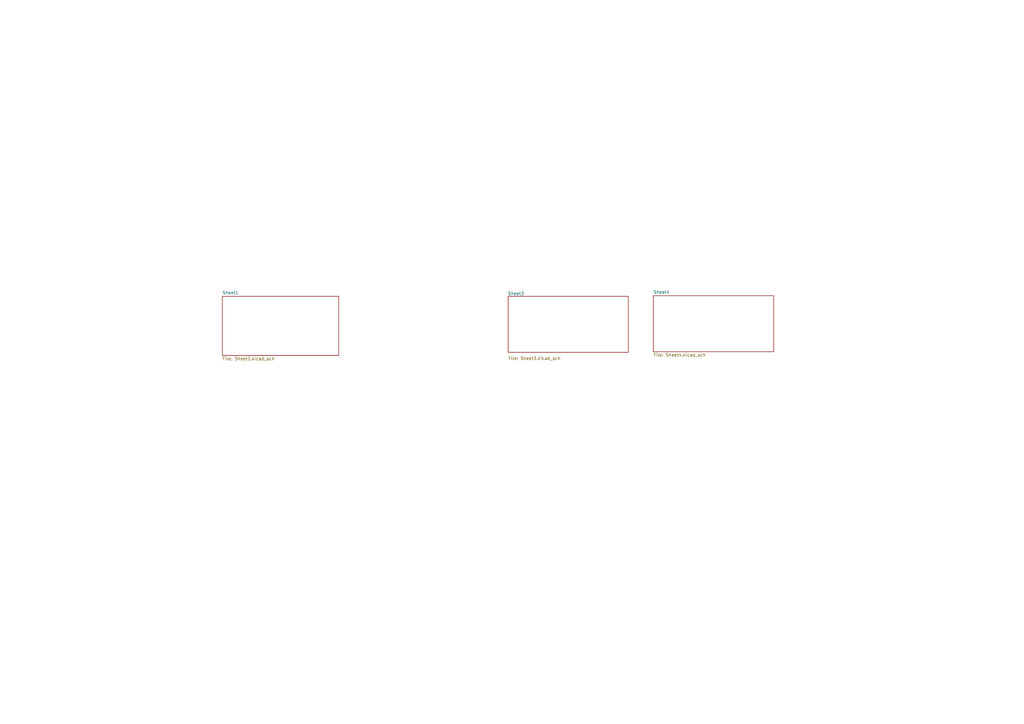
<source format=kicad_sch>
(kicad_sch
	(version 20231120)
	(generator "eeschema")
	(generator_version "8.0")
	(uuid "38786148-0fd1-46d3-8412-9a7876291ebf")
	(paper "A3")
	(lib_symbols)
	(sheet
		(at 208.407 121.539)
		(size 49.276 22.987)
		(stroke
			(width 0.1524)
			(type solid)
		)
		(fill
			(color 0 0 0 0.0000)
		)
		(uuid "26408935-5483-4e64-b037-b34c2a58be86")
		(property "Sheetname" "Sheet3"
			(at 208.28 121.158 0)
			(effects
				(font
					(size 1.27 1.27)
				)
				(justify left bottom)
			)
		)
		(property "Sheetfile" "Sheet3.kicad_sch"
			(at 208.407 146.2536 0)
			(effects
				(font
					(size 1.27 1.27)
				)
				(justify left top)
			)
		)
		(instances
			(project "IO_SDR_1.1"
				(path "/38786148-0fd1-46d3-8412-9a7876291ebf"
					(page "3")
				)
			)
		)
	)
	(sheet
		(at 267.97 121.285)
		(size 49.403 22.987)
		(fields_autoplaced yes)
		(stroke
			(width 0.1524)
			(type solid)
		)
		(fill
			(color 0 0 0 0.0000)
		)
		(uuid "643e53b8-38bd-42e3-86de-6cc8c6c09224")
		(property "Sheetname" "Sheet4"
			(at 267.97 120.5734 0)
			(effects
				(font
					(size 1.27 1.27)
				)
				(justify left bottom)
			)
		)
		(property "Sheetfile" "Sheet4.kicad_sch"
			(at 267.97 144.8566 0)
			(effects
				(font
					(size 1.27 1.27)
				)
				(justify left top)
			)
		)
		(instances
			(project "IO_SDR_1.1"
				(path "/38786148-0fd1-46d3-8412-9a7876291ebf"
					(page "4")
				)
			)
		)
	)
	(sheet
		(at 91.186 121.539)
		(size 47.752 24.257)
		(fields_autoplaced yes)
		(stroke
			(width 0.1524)
			(type solid)
		)
		(fill
			(color 0 0 0 0.0000)
		)
		(uuid "b3b43e8b-7f47-4b04-880b-01695a760090")
		(property "Sheetname" "Sheet1"
			(at 91.186 120.8274 0)
			(effects
				(font
					(size 1.27 1.27)
				)
				(justify left bottom)
			)
		)
		(property "Sheetfile" "Sheet1.kicad_sch"
			(at 91.186 146.3806 0)
			(effects
				(font
					(size 1.27 1.27)
				)
				(justify left top)
			)
		)
		(instances
			(project "IO_SDR_1.1"
				(path "/38786148-0fd1-46d3-8412-9a7876291ebf"
					(page "1")
				)
			)
		)
	)
	(sheet_instances
		(path "/"
			(page "1")
		)
	)
)

</source>
